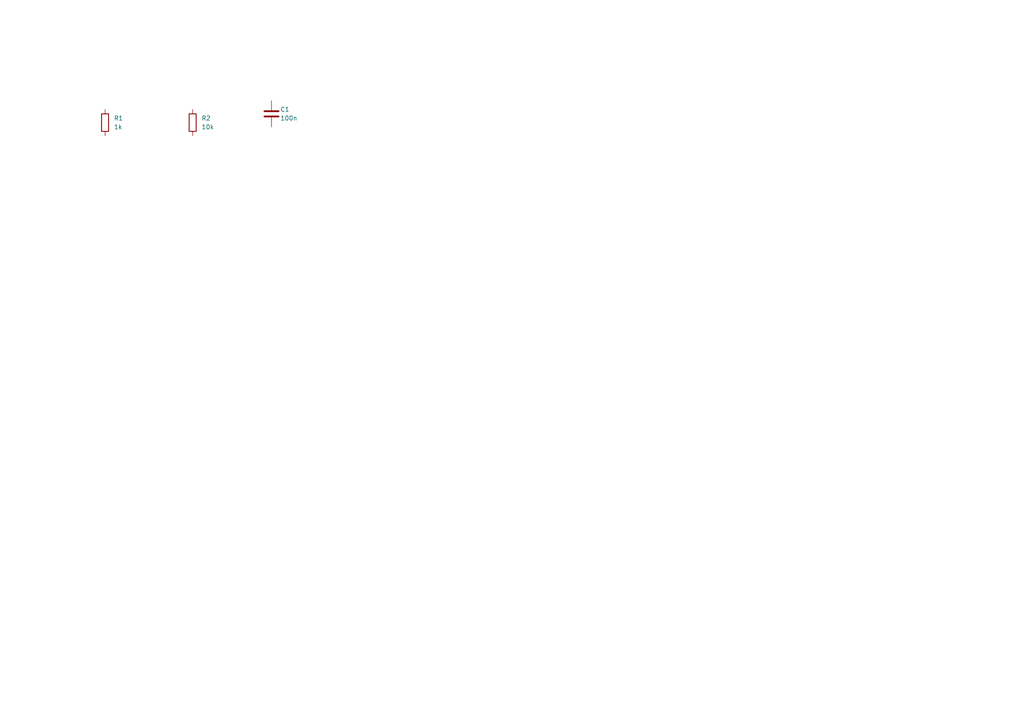
<source format=kicad_sch>
(kicad_sch (version 20250114) (generator "circuit_synth") (generator_version "0.8.36")
  (paper "A4")
  (title_block (title "perf_size"))
  (lib_symbols
    (symbol "Device:R" (pin_numbers (hide yes)) (pin_names (offset 0))
      (property "Reference" "R" (at 2.032 0 90))
      (property "Value" "R" (at 0 0 90))
      (symbol "R_0_1"
        (rectangle (start -1.016 -2.54) (end 1.016 2.54) (stroke (width 0.254)))
      )
      (symbol "R_1_1"
        (pin passive line (at 0 3.81 270) (length 1.27) (name "~") (number "1"))
        (pin passive line (at 0 -3.81 90) (length 1.27) (name "~") (number "2"))
      )
    )
    (symbol "Device:C" (pin_numbers (hide yes)) (pin_names (offset 0.254))
      (property "Reference" "C" (at 0.635 2.54 0))
      (property "Value" "C" (at 0.635 -2.54 0))
      (symbol "C_0_1"
        (polyline (pts (xy -2.032 0.762) (xy 2.032 0.762)) (stroke (width 0.508)))
        (polyline (pts (xy -2.032 -0.762) (xy 2.032 -0.762)) (stroke (width 0.508)))
      )
      (symbol "C_1_1"
        (pin passive line (at 0 3.81 270) (length 2.794) (name "~") (number "1"))
        (pin passive line (at 0 -3.81 90) (length 2.794) (name "~") (number "2"))
      )
    )
  )
  (symbol (lib_id "Device:R") (at 30.48 35.56 0) (unit 1)
    (property "Reference" "R1" (at 33.02 34.2899 0) (effects (justify left)))
    (property "Value" "1k" (at 33.02 36.8299 0) (effects (justify left)))
    (property "Footprint" "Resistor_SMD:R_0603_1608Metric" (effects (hide yes)))
    (property "hierarchy_path" "/f33218ff-4507-4aa7-a3b7-fa7d3fb5715b" (effects (hide yes)))
    (property "project_name" "perf_size" (effects (hide yes)))
    (property "root_uuid" "f33218ff-4507-4aa7-a3b7-fa7d3fb5715b" (effects (hide yes)))
  )
  (symbol (lib_id "Device:R") (at 55.88 35.56 0) (unit 1)
    (property "Reference" "R2" (at 58.42 34.2899 0) (effects (justify left)))
    (property "Value" "10k" (at 58.42 36.8299 0) (effects (justify left)))
    (property "Footprint" "Resistor_SMD:R_0603_1608Metric" (effects (hide yes)))
    (property "hierarchy_path" "/f33218ff-4507-4aa7-a3b7-fa7d3fb5715b" (effects (hide yes)))
    (property "project_name" "perf_size" (effects (hide yes)))
    (property "root_uuid" "f33218ff-4507-4aa7-a3b7-fa7d3fb5715b" (effects (hide yes)))
  )
  (symbol (lib_id "Device:C") (at 78.74 33.02 0) (unit 1)
    (property "Reference" "C1" (at 81.28 31.7499 0) (effects (justify left)))
    (property "Value" "100n" (at 81.28 34.2899 0) (effects (justify left)))
    (property "Footprint" "Capacitor_SMD:C_0603_1608Metric" (effects (hide yes)))
    (property "hierarchy_path" "/f33218ff-4507-4aa7-a3b7-fa7d3fb5715b" (effects (hide yes)))
    (property "project_name" "perf_size" (effects (hide yes)))
    (property "root_uuid" "f33218ff-4507-4aa7-a3b7-fa7d3fb5715b" (effects (hide yes)))
  )
)
</source>
